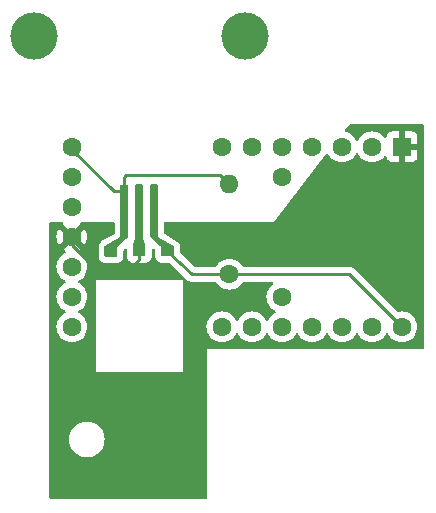
<source format=gbr>
G04 #@! TF.GenerationSoftware,KiCad,Pcbnew,7.0.5-7.0.5~ubuntu20.04.1*
G04 #@! TF.CreationDate,2023-06-26T22:48:20-07:00*
G04 #@! TF.ProjectId,encoder,656e636f-6465-4722-9e6b-696361645f70,rev?*
G04 #@! TF.SameCoordinates,Original*
G04 #@! TF.FileFunction,Copper,L1,Top*
G04 #@! TF.FilePolarity,Positive*
%FSLAX46Y46*%
G04 Gerber Fmt 4.6, Leading zero omitted, Abs format (unit mm)*
G04 Created by KiCad (PCBNEW 7.0.5-7.0.5~ubuntu20.04.1) date 2023-06-26 22:48:20*
%MOMM*%
%LPD*%
G01*
G04 APERTURE LIST*
G04 Aperture macros list*
%AMFreePoly0*
4,1,29,0.290355,0.035355,0.305000,0.000000,0.305000,-4.391061,1.654908,-5.166646,1.659064,-5.172039,1.665355,-5.174645,1.670331,-5.186658,1.678268,-5.196957,1.677393,-5.203708,1.680000,-5.210000,1.680000,-6.000000,1.665355,-6.035355,1.630000,-6.050000,0.630000,-6.050000,0.594645,-6.035355,0.580000,-6.000000,0.580000,-5.232389,-0.288297,-4.457301,-0.288955,-4.455934,-0.290355,-4.455355,
-0.297176,-4.438887,-0.304919,-4.422831,-0.304419,-4.421401,-0.305000,-4.420000,-0.305000,0.000000,-0.290355,0.035355,-0.255000,0.050000,0.255000,0.050000,0.290355,0.035355,0.290355,0.035355,$1*%
%AMFreePoly1*
4,1,21,0.290355,0.035355,0.305000,0.000000,0.305000,-4.412425,0.547756,-5.195189,0.547047,-5.202871,0.550000,-5.210000,0.550000,-6.000000,0.535355,-6.035355,0.500000,-6.050000,-0.500000,-6.050000,-0.535355,-6.035355,-0.550000,-6.000000,-0.550000,-5.210000,-0.547047,-5.202872,-0.547756,-5.195190,-0.305000,-4.412425,-0.305000,0.000000,-0.290355,0.035355,-0.255000,0.050000,0.255000,0.050000,
0.290355,0.035355,0.290355,0.035355,$1*%
%AMFreePoly2*
4,1,29,0.290355,0.535355,0.305000,0.500000,0.305000,-3.920000,0.304419,-3.921401,0.304919,-3.922831,0.297179,-3.938880,0.290355,-3.955355,0.288954,-3.955935,0.288296,-3.957301,-0.580000,-4.732390,-0.580000,-5.500000,-0.594645,-5.535355,-0.630000,-5.550000,-1.630000,-5.550000,-1.665355,-5.535355,-1.680000,-5.500000,-1.680000,-4.710000,-1.677393,-4.703708,-1.678268,-4.696957,-1.670331,-4.686657,
-1.665355,-4.674645,-1.659065,-4.672039,-1.654909,-4.666646,-0.305000,-3.891061,-0.305000,0.500000,-0.290355,0.535355,-0.255000,0.550000,0.255000,0.550000,0.290355,0.535355,0.290355,0.535355,$1*%
G04 Aperture macros list end*
G04 #@! TA.AperFunction,ComponentPad*
%ADD10R,1.600000X1.600000*%
G04 #@! TD*
G04 #@! TA.AperFunction,ComponentPad*
%ADD11C,1.600000*%
G04 #@! TD*
G04 #@! TA.AperFunction,ComponentPad*
%ADD12C,4.000000*%
G04 #@! TD*
G04 #@! TA.AperFunction,SMDPad,CuDef*
%ADD13FreePoly0,0.000000*%
G04 #@! TD*
G04 #@! TA.AperFunction,SMDPad,CuDef*
%ADD14FreePoly1,0.000000*%
G04 #@! TD*
G04 #@! TA.AperFunction,SMDPad,CuDef*
%ADD15FreePoly2,0.000000*%
G04 #@! TD*
G04 #@! TA.AperFunction,ComponentPad*
%ADD16O,1.600000X1.600000*%
G04 #@! TD*
G04 #@! TA.AperFunction,ViaPad*
%ADD17C,0.800000*%
G04 #@! TD*
G04 #@! TA.AperFunction,Conductor*
%ADD18C,0.250000*%
G04 #@! TD*
G04 APERTURE END LIST*
D10*
G04 #@! TO.P,U2,1,GND*
G04 #@! TO.N,GND*
X94615000Y-41910000D03*
D11*
G04 #@! TO.P,U2,2,PB0_SS*
G04 #@! TO.N,unconnected-(U2-PB0_SS-Pad2)*
X92075000Y-41910000D03*
G04 #@! TO.P,U2,3,PB1_SCLK*
G04 #@! TO.N,unconnected-(U2-PB1_SCLK-Pad3)*
X89535000Y-41910000D03*
G04 #@! TO.P,U2,4,PB2_MOSI*
G04 #@! TO.N,unconnected-(U2-PB2_MOSI-Pad4)*
X86995000Y-41910000D03*
G04 #@! TO.P,U2,5,PB3_MISO*
G04 #@! TO.N,unconnected-(U2-PB3_MISO-Pad5)*
X84455000Y-41910000D03*
G04 #@! TO.P,U2,6,PB7_OC0A_OC1C_RTS*
G04 #@! TO.N,unconnected-(U2-PB7_OC0A_OC1C_RTS-Pad6)*
X81915000Y-41910000D03*
G04 #@! TO.P,U2,7,PD0_INT0_SCL_OC0B*
G04 #@! TO.N,unconnected-(U2-PD0_INT0_SCL_OC0B-Pad7)*
X79375000Y-41910000D03*
G04 #@! TO.P,U2,12,PC7_ICP3_OC4A*
G04 #@! TO.N,Net-(U1-VOUT)*
X66675000Y-41910000D03*
G04 #@! TO.P,U2,13,PD5_XCK1_CTS*
G04 #@! TO.N,unconnected-(U2-PD5_XCK1_CTS-Pad13)*
X66675000Y-44450000D03*
G04 #@! TO.P,U2,14,VCC*
G04 #@! TO.N,unconnected-(U2-VCC-Pad14)*
X66675000Y-46990000D03*
G04 #@! TO.P,U2,15,GND*
G04 #@! TO.N,GND*
X66675000Y-49530000D03*
G04 #@! TO.P,U2,16,RST*
G04 #@! TO.N,unconnected-(U2-RST-Pad16)*
X66675000Y-52070000D03*
G04 #@! TO.P,U2,17,PD4_ADC8_ICP1*
G04 #@! TO.N,unconnected-(U2-PD4_ADC8_ICP1-Pad17)*
X66675000Y-54610000D03*
G04 #@! TO.P,U2,18,PD6_ADC9_T1_OC4D_LED*
G04 #@! TO.N,unconnected-(U2-PD6_ADC9_T1_OC4D_LED-Pad18)*
X66675000Y-57150000D03*
G04 #@! TO.P,U2,23,PF7_ADC7*
G04 #@! TO.N,unconnected-(U2-PF7_ADC7-Pad23)*
X79375000Y-57150000D03*
G04 #@! TO.P,U2,24,PF6_ADC6*
G04 #@! TO.N,unconnected-(U2-PF6_ADC6-Pad24)*
X81915000Y-57150000D03*
G04 #@! TO.P,U2,25,PF5_ADC5*
G04 #@! TO.N,unconnected-(U2-PF5_ADC5-Pad25)*
X84455000Y-57150000D03*
G04 #@! TO.P,U2,26,PF4_ADC4*
G04 #@! TO.N,unconnected-(U2-PF4_ADC4-Pad26)*
X86995000Y-57150000D03*
G04 #@! TO.P,U2,27,PF1_ADC1*
G04 #@! TO.N,unconnected-(U2-PF1_ADC1-Pad27)*
X89535000Y-57150000D03*
G04 #@! TO.P,U2,28,PF0_ADC0*
G04 #@! TO.N,unconnected-(U2-PF0_ADC0-Pad28)*
X92075000Y-57150000D03*
G04 #@! TO.P,U2,29,VCC*
G04 #@! TO.N,VCC*
X94615000Y-57150000D03*
G04 #@! TO.P,U2,30,PE6_INT6_AIN0*
G04 #@! TO.N,unconnected-(U2-PE6_INT6_AIN0-Pad30)*
X84455000Y-44450000D03*
G04 #@! TO.P,U2,31,AREF*
G04 #@! TO.N,unconnected-(U2-AREF-Pad31)*
X84455000Y-54610000D03*
G04 #@! TD*
D12*
G04 #@! TO.P,U1,0*
G04 #@! TO.N,N/C*
X63470000Y-32510000D03*
X81310000Y-32510000D03*
D13*
G04 #@! TO.P,U1,1,VCC*
G04 #@! TO.N,VCC*
X73660000Y-45180000D03*
D14*
G04 #@! TO.P,U1,2,GND*
G04 #@! TO.N,GND*
X72390000Y-45180000D03*
D15*
G04 #@! TO.P,U1,3,VOUT*
G04 #@! TO.N,Net-(U1-VOUT)*
X71120000Y-45680000D03*
G04 #@! TD*
D11*
G04 #@! TO.P,R1,1*
G04 #@! TO.N,VCC*
X80010000Y-52705000D03*
D16*
G04 #@! TO.P,R1,2*
G04 #@! TO.N,Net-(U1-VOUT)*
X80010000Y-45085000D03*
G04 #@! TD*
D17*
G04 #@! TO.N,Net-(U1-VOUT)*
X69940714Y-50757595D03*
G04 #@! TO.N,GND*
X72362624Y-50706065D03*
G04 #@! TO.N,VCC*
X74758770Y-50706065D03*
G04 #@! TD*
D18*
G04 #@! TO.N,GND*
X72362624Y-50706065D02*
X72390000Y-50800000D01*
G04 #@! TO.N,VCC*
X74758770Y-50706065D02*
X74930000Y-50800000D01*
G04 #@! TO.N,GND*
X66675000Y-49530000D02*
X66675000Y-50195000D01*
X66675000Y-50195000D02*
X68550000Y-52070000D01*
X68550000Y-52070000D02*
X71746081Y-52070000D01*
X71746081Y-52070000D02*
X72390000Y-51426081D01*
X72390000Y-51426081D02*
X72362624Y-50706065D01*
G04 #@! TO.N,VCC*
X80010000Y-52705000D02*
X76835000Y-52705000D01*
X76835000Y-52705000D02*
X74758770Y-50706065D01*
G04 #@! TO.N,Net-(U1-VOUT)*
X71284999Y-44285001D02*
X71120000Y-44450000D01*
X79210001Y-44285001D02*
X71284999Y-44285001D01*
X80010000Y-45085000D02*
X79210001Y-44285001D01*
X71120000Y-44450000D02*
X71120000Y-45680000D01*
X66675000Y-41910000D02*
X66675000Y-42141777D01*
X66675000Y-42141777D02*
X70213223Y-45680000D01*
X70213223Y-45680000D02*
X71120000Y-45680000D01*
G04 #@! TO.N,VCC*
X80010000Y-52705000D02*
X90170000Y-52705000D01*
X90170000Y-52705000D02*
X94615000Y-57150000D01*
G04 #@! TD*
G04 #@! TA.AperFunction,Conductor*
G04 #@! TO.N,GND*
G36*
X96462539Y-40025185D02*
G01*
X96508294Y-40077989D01*
X96519500Y-40129500D01*
X96519500Y-58930500D01*
X96499815Y-58997539D01*
X96447011Y-59043294D01*
X96395500Y-59054500D01*
X78129760Y-59054500D01*
X78129554Y-59054459D01*
X78104998Y-59054459D01*
X78104909Y-59054496D01*
X78104619Y-59054615D01*
X78104615Y-59054618D01*
X78104458Y-59055000D01*
X78104372Y-59078555D01*
X78104499Y-59079203D01*
X78104500Y-71630500D01*
X78084815Y-71697539D01*
X78032011Y-71743294D01*
X77980500Y-71754500D01*
X64894500Y-71754500D01*
X64827461Y-71734815D01*
X64781706Y-71682011D01*
X64770500Y-71630500D01*
X64770500Y-66675005D01*
X66439357Y-66675005D01*
X66459890Y-66922812D01*
X66459892Y-66922824D01*
X66520936Y-67163881D01*
X66620826Y-67391606D01*
X66756833Y-67599782D01*
X66756836Y-67599785D01*
X66925256Y-67782738D01*
X67121491Y-67935474D01*
X67340190Y-68053828D01*
X67575386Y-68134571D01*
X67820665Y-68175500D01*
X68069335Y-68175500D01*
X68314614Y-68134571D01*
X68549810Y-68053828D01*
X68768509Y-67935474D01*
X68964744Y-67782738D01*
X69133164Y-67599785D01*
X69269173Y-67391607D01*
X69369063Y-67163881D01*
X69430108Y-66922821D01*
X69450643Y-66675000D01*
X69430108Y-66427179D01*
X69369063Y-66186119D01*
X69269173Y-65958393D01*
X69133166Y-65750217D01*
X69111557Y-65726744D01*
X68964744Y-65567262D01*
X68768509Y-65414526D01*
X68768507Y-65414525D01*
X68768506Y-65414524D01*
X68549811Y-65296172D01*
X68549802Y-65296169D01*
X68314616Y-65215429D01*
X68069335Y-65174500D01*
X67820665Y-65174500D01*
X67575383Y-65215429D01*
X67340197Y-65296169D01*
X67340188Y-65296172D01*
X67121493Y-65414524D01*
X66925257Y-65567261D01*
X66756833Y-65750217D01*
X66620826Y-65958393D01*
X66520936Y-66186118D01*
X66459892Y-66427175D01*
X66459890Y-66427187D01*
X66439357Y-66674994D01*
X66439357Y-66675005D01*
X64770500Y-66675005D01*
X64770500Y-60955889D01*
X68689416Y-60955889D01*
X68689459Y-60980001D01*
X68689544Y-60980206D01*
X68689616Y-60980382D01*
X68689618Y-60980384D01*
X68689808Y-60980462D01*
X68690000Y-60980541D01*
X68690002Y-60980539D01*
X68714616Y-60980524D01*
X68714616Y-60980528D01*
X68714760Y-60980500D01*
X76065240Y-60980500D01*
X76065383Y-60980528D01*
X76065384Y-60980524D01*
X76089997Y-60980539D01*
X76090000Y-60980541D01*
X76090383Y-60980383D01*
X76090500Y-60980099D01*
X76090541Y-60980000D01*
X76090540Y-60979997D01*
X76090583Y-60955889D01*
X76090500Y-60955467D01*
X76090500Y-53224759D01*
X76090528Y-53224616D01*
X76090524Y-53224616D01*
X76090539Y-53200002D01*
X76090541Y-53200000D01*
X76090383Y-53199617D01*
X76090382Y-53199616D01*
X76090091Y-53199496D01*
X76090002Y-53199459D01*
X76065446Y-53199459D01*
X76065240Y-53199500D01*
X68714760Y-53199500D01*
X68714554Y-53199459D01*
X68689998Y-53199459D01*
X68689909Y-53199496D01*
X68689619Y-53199615D01*
X68689615Y-53199618D01*
X68689459Y-53199999D01*
X68689476Y-53224616D01*
X68689471Y-53224616D01*
X68689500Y-53224759D01*
X68689500Y-60955467D01*
X68689416Y-60955889D01*
X64770500Y-60955889D01*
X64770500Y-48384000D01*
X64790185Y-48316961D01*
X64842989Y-48271206D01*
X64894500Y-48260000D01*
X65830913Y-48260000D01*
X65897952Y-48279685D01*
X65943707Y-48332489D01*
X65954441Y-48394808D01*
X65949526Y-48450972D01*
X66503431Y-49004878D01*
X66386542Y-49055651D01*
X66269261Y-49151066D01*
X66182072Y-49274585D01*
X66151645Y-49360198D01*
X65595973Y-48804526D01*
X65595972Y-48804527D01*
X65544868Y-48877513D01*
X65448734Y-49083673D01*
X65448730Y-49083682D01*
X65389860Y-49303389D01*
X65389858Y-49303400D01*
X65370034Y-49529997D01*
X65370034Y-49530002D01*
X65389858Y-49756599D01*
X65389860Y-49756610D01*
X65448730Y-49976317D01*
X65448734Y-49976326D01*
X65544865Y-50182481D01*
X65544866Y-50182483D01*
X65595973Y-50255471D01*
X65595974Y-50255472D01*
X66149070Y-49702375D01*
X66151884Y-49715915D01*
X66221442Y-49850156D01*
X66324638Y-49960652D01*
X66453819Y-50039209D01*
X66505002Y-50053549D01*
X65949526Y-50609025D01*
X65949526Y-50609026D01*
X66022512Y-50660131D01*
X66022520Y-50660135D01*
X66080865Y-50687342D01*
X66133305Y-50733514D01*
X66152457Y-50800707D01*
X66132242Y-50867589D01*
X66080867Y-50912105D01*
X66022266Y-50939432D01*
X66022264Y-50939433D01*
X65835858Y-51069954D01*
X65674954Y-51230858D01*
X65544432Y-51417265D01*
X65544431Y-51417267D01*
X65448261Y-51623502D01*
X65448258Y-51623511D01*
X65389366Y-51843302D01*
X65389364Y-51843313D01*
X65369532Y-52069998D01*
X65369532Y-52070001D01*
X65389364Y-52296686D01*
X65389366Y-52296697D01*
X65448258Y-52516488D01*
X65448261Y-52516497D01*
X65544431Y-52722732D01*
X65544432Y-52722734D01*
X65674954Y-52909141D01*
X65835858Y-53070045D01*
X65882693Y-53102839D01*
X66022266Y-53200568D01*
X66080275Y-53227618D01*
X66132714Y-53273791D01*
X66151866Y-53340984D01*
X66131650Y-53407865D01*
X66080275Y-53452382D01*
X66022267Y-53479431D01*
X66022265Y-53479432D01*
X65835858Y-53609954D01*
X65674954Y-53770858D01*
X65544432Y-53957265D01*
X65544431Y-53957267D01*
X65448261Y-54163502D01*
X65448258Y-54163511D01*
X65389366Y-54383302D01*
X65389364Y-54383313D01*
X65369532Y-54609998D01*
X65369532Y-54610001D01*
X65389364Y-54836686D01*
X65389366Y-54836697D01*
X65448258Y-55056488D01*
X65448261Y-55056497D01*
X65544431Y-55262732D01*
X65544432Y-55262734D01*
X65674954Y-55449141D01*
X65835858Y-55610045D01*
X65835861Y-55610047D01*
X66022266Y-55740568D01*
X66080275Y-55767618D01*
X66132714Y-55813791D01*
X66151866Y-55880984D01*
X66131650Y-55947865D01*
X66080275Y-55992382D01*
X66022267Y-56019431D01*
X66022265Y-56019432D01*
X65835858Y-56149954D01*
X65674954Y-56310858D01*
X65544432Y-56497265D01*
X65544431Y-56497267D01*
X65448261Y-56703502D01*
X65448258Y-56703511D01*
X65389366Y-56923302D01*
X65389364Y-56923313D01*
X65369532Y-57149998D01*
X65369532Y-57150001D01*
X65389364Y-57376686D01*
X65389366Y-57376697D01*
X65448258Y-57596488D01*
X65448261Y-57596497D01*
X65544431Y-57802732D01*
X65544432Y-57802734D01*
X65674954Y-57989141D01*
X65835858Y-58150045D01*
X65835861Y-58150047D01*
X66022266Y-58280568D01*
X66228504Y-58376739D01*
X66448308Y-58435635D01*
X66610230Y-58449801D01*
X66674998Y-58455468D01*
X66675000Y-58455468D01*
X66675002Y-58455468D01*
X66731672Y-58450509D01*
X66901692Y-58435635D01*
X67121496Y-58376739D01*
X67327734Y-58280568D01*
X67514139Y-58150047D01*
X67675047Y-57989139D01*
X67805568Y-57802734D01*
X67901739Y-57596496D01*
X67960635Y-57376692D01*
X67980468Y-57150000D01*
X67960635Y-56923308D01*
X67901739Y-56703504D01*
X67805568Y-56497266D01*
X67675047Y-56310861D01*
X67675045Y-56310858D01*
X67514141Y-56149954D01*
X67327734Y-56019432D01*
X67327728Y-56019429D01*
X67269725Y-55992382D01*
X67217285Y-55946210D01*
X67198133Y-55879017D01*
X67218348Y-55812135D01*
X67269725Y-55767618D01*
X67327734Y-55740568D01*
X67514139Y-55610047D01*
X67675047Y-55449139D01*
X67805568Y-55262734D01*
X67901739Y-55056496D01*
X67960635Y-54836692D01*
X67980468Y-54610000D01*
X67960635Y-54383308D01*
X67901739Y-54163504D01*
X67805568Y-53957266D01*
X67675047Y-53770861D01*
X67675045Y-53770858D01*
X67514141Y-53609954D01*
X67327735Y-53479433D01*
X67327736Y-53479433D01*
X67327734Y-53479432D01*
X67269722Y-53452380D01*
X67217284Y-53406208D01*
X67198133Y-53339014D01*
X67218349Y-53272133D01*
X67269721Y-53227619D01*
X67327734Y-53200568D01*
X67514139Y-53070047D01*
X67675047Y-52909139D01*
X67805568Y-52722734D01*
X67901739Y-52516496D01*
X67960635Y-52296692D01*
X67979661Y-52079225D01*
X67980468Y-52070001D01*
X67980468Y-52069998D01*
X67962608Y-51865861D01*
X67960635Y-51843308D01*
X67901739Y-51623504D01*
X67805568Y-51417266D01*
X67675047Y-51230861D01*
X67675045Y-51230858D01*
X67514141Y-51069954D01*
X67327735Y-50939433D01*
X67327736Y-50939433D01*
X67327734Y-50939432D01*
X67269132Y-50912105D01*
X67216694Y-50865933D01*
X67197543Y-50798739D01*
X67217759Y-50731858D01*
X67269135Y-50687341D01*
X67327482Y-50660133D01*
X67400472Y-50609025D01*
X66846568Y-50055121D01*
X66963458Y-50004349D01*
X67080739Y-49908934D01*
X67167928Y-49785415D01*
X67198354Y-49699801D01*
X67754025Y-50255472D01*
X67805136Y-50182478D01*
X67901264Y-49976331D01*
X67901269Y-49976317D01*
X67960139Y-49756610D01*
X67960141Y-49756599D01*
X67979966Y-49530002D01*
X67979966Y-49529997D01*
X67960141Y-49303400D01*
X67960139Y-49303389D01*
X67901269Y-49083682D01*
X67901265Y-49083673D01*
X67805133Y-48877516D01*
X67805131Y-48877512D01*
X67754026Y-48804526D01*
X67754025Y-48804526D01*
X67200929Y-49357622D01*
X67198116Y-49344085D01*
X67128558Y-49209844D01*
X67025362Y-49099348D01*
X66896181Y-49020791D01*
X66844995Y-49006449D01*
X67400472Y-48450973D01*
X67395558Y-48394808D01*
X67409324Y-48326308D01*
X67457939Y-48276125D01*
X67519086Y-48260000D01*
X70185353Y-48260000D01*
X70252392Y-48279685D01*
X70298147Y-48332489D01*
X70309353Y-48384000D01*
X70309353Y-49206649D01*
X70289668Y-49273688D01*
X70247127Y-49314166D01*
X70195054Y-49344085D01*
X69180251Y-49927134D01*
X69179082Y-49927790D01*
X69163349Y-49936381D01*
X69058016Y-50034450D01*
X69058013Y-50034453D01*
X69058013Y-50034454D01*
X69044926Y-50056509D01*
X69040715Y-50062717D01*
X69037241Y-50067224D01*
X68980780Y-50159423D01*
X68938307Y-50296931D01*
X68938306Y-50296937D01*
X68937701Y-50340241D01*
X68934353Y-50351079D01*
X68934353Y-51198709D01*
X68934314Y-51200886D01*
X68933131Y-51234061D01*
X68968727Y-51373512D01*
X68968728Y-51373516D01*
X68968729Y-51373517D01*
X68971088Y-51379213D01*
X68972841Y-51383445D01*
X68984572Y-51411767D01*
X69036386Y-51506656D01*
X69134458Y-51611991D01*
X69258234Y-51685428D01*
X69296503Y-51701279D01*
X69296511Y-51701281D01*
X69296521Y-51701285D01*
X69374285Y-51724118D01*
X69400213Y-51731731D01*
X69450827Y-51733539D01*
X69457158Y-51735647D01*
X69499947Y-51735647D01*
X69508682Y-51735647D01*
X69510896Y-51735687D01*
X69540215Y-51736734D01*
X69544043Y-51736871D01*
X69544043Y-51736870D01*
X69544045Y-51736871D01*
X69552122Y-51736003D01*
X69558755Y-51735647D01*
X70508696Y-51735647D01*
X70510910Y-51735687D01*
X70544042Y-51736870D01*
X70544042Y-51736869D01*
X70544045Y-51736870D01*
X70683497Y-51701279D01*
X70721766Y-51685428D01*
X70750923Y-51669506D01*
X70816651Y-51633618D01*
X70816653Y-51633616D01*
X70816655Y-51633615D01*
X70921990Y-51535543D01*
X70921991Y-51535540D01*
X70921993Y-51535539D01*
X70975036Y-51446136D01*
X70995428Y-51411767D01*
X71007159Y-51383445D01*
X71007160Y-51383440D01*
X71007455Y-51382729D01*
X71007461Y-51382711D01*
X71011273Y-51373512D01*
X71013834Y-51364789D01*
X71014848Y-51361644D01*
X71025165Y-51332404D01*
X71025649Y-51329035D01*
X71029407Y-51311750D01*
X71041731Y-51269787D01*
X71043539Y-51219173D01*
X71045647Y-51212840D01*
X71045647Y-51161317D01*
X71045687Y-51159102D01*
X71046871Y-51125960D01*
X71046002Y-51117875D01*
X71045647Y-51111244D01*
X71045647Y-50694348D01*
X71065332Y-50627309D01*
X71087069Y-50601844D01*
X71128283Y-50565054D01*
X71191404Y-50535097D01*
X71260701Y-50544020D01*
X71314174Y-50588991D01*
X71334845Y-50655733D01*
X71334858Y-50657561D01*
X71334858Y-51198570D01*
X71334819Y-51200781D01*
X71333633Y-51234006D01*
X71369195Y-51373324D01*
X71399356Y-51446136D01*
X71405352Y-51450793D01*
X71413612Y-51463901D01*
X71436800Y-51506369D01*
X71534775Y-51611597D01*
X71534776Y-51611598D01*
X71658423Y-51684960D01*
X71658432Y-51684964D01*
X71696689Y-51700809D01*
X71696703Y-51700814D01*
X71800305Y-51731234D01*
X71850830Y-51733039D01*
X71857148Y-51735142D01*
X71908544Y-51735142D01*
X71910758Y-51735182D01*
X71943991Y-51736369D01*
X71952096Y-51735498D01*
X71958728Y-51735142D01*
X72908572Y-51735142D01*
X72910786Y-51735182D01*
X72943987Y-51736368D01*
X72943992Y-51736367D01*
X73083303Y-51700813D01*
X73121566Y-51684965D01*
X73216366Y-51633199D01*
X73321594Y-51535228D01*
X73384218Y-51429679D01*
X73389493Y-51424766D01*
X73393261Y-51415672D01*
X73393272Y-51415649D01*
X73398077Y-51404047D01*
X73410803Y-51373327D01*
X73410804Y-51373322D01*
X73413371Y-51364584D01*
X73414393Y-51361420D01*
X73424678Y-51332267D01*
X73424681Y-51332256D01*
X73425161Y-51328917D01*
X73428924Y-51311615D01*
X73441234Y-51269695D01*
X73443039Y-51219169D01*
X73445142Y-51212850D01*
X73445142Y-51161454D01*
X73445182Y-51159239D01*
X73446369Y-51126015D01*
X73445497Y-51117903D01*
X73445142Y-51111271D01*
X73445142Y-50657560D01*
X73464827Y-50590521D01*
X73517631Y-50544766D01*
X73586789Y-50534822D01*
X73650345Y-50563847D01*
X73651717Y-50565054D01*
X73692928Y-50601841D01*
X73729832Y-50661170D01*
X73734353Y-50694347D01*
X73734353Y-51198709D01*
X73734314Y-51200886D01*
X73733131Y-51234061D01*
X73768727Y-51373512D01*
X73768728Y-51373516D01*
X73768729Y-51373517D01*
X73771088Y-51379213D01*
X73772841Y-51383445D01*
X73784572Y-51411767D01*
X73836386Y-51506656D01*
X73934458Y-51611991D01*
X74058234Y-51685428D01*
X74096503Y-51701279D01*
X74096511Y-51701281D01*
X74096521Y-51701285D01*
X74174285Y-51724118D01*
X74200213Y-51731731D01*
X74250827Y-51733539D01*
X74257158Y-51735647D01*
X74299947Y-51735647D01*
X74308682Y-51735647D01*
X74310896Y-51735687D01*
X74340215Y-51736734D01*
X74344043Y-51736871D01*
X74344043Y-51736870D01*
X74344045Y-51736871D01*
X74352122Y-51736003D01*
X74358755Y-51735647D01*
X74876318Y-51735647D01*
X74943357Y-51755332D01*
X74962319Y-51770317D01*
X75304293Y-52099560D01*
X76243548Y-53003847D01*
X76255471Y-53024731D01*
X76281807Y-53040682D01*
X76341405Y-53098061D01*
X76346178Y-53103207D01*
X76349211Y-53106873D01*
X76349214Y-53106877D01*
X76403959Y-53158286D01*
X76429519Y-53182895D01*
X76429522Y-53182897D01*
X76429530Y-53182904D01*
X76429828Y-53183126D01*
X76435216Y-53187639D01*
X76464418Y-53215062D01*
X76491995Y-53230223D01*
X76499184Y-53234848D01*
X76524413Y-53253662D01*
X76524416Y-53253664D01*
X76561473Y-53268871D01*
X76567796Y-53271893D01*
X76602908Y-53291197D01*
X76633387Y-53299022D01*
X76641504Y-53301715D01*
X76670617Y-53313664D01*
X76710301Y-53319179D01*
X76717165Y-53320533D01*
X76755981Y-53330500D01*
X76787447Y-53330500D01*
X76795990Y-53331090D01*
X76827150Y-53335422D01*
X76866951Y-53330896D01*
X76873954Y-53330500D01*
X78795812Y-53330500D01*
X78862851Y-53350185D01*
X78897387Y-53383377D01*
X79009954Y-53544141D01*
X79170858Y-53705045D01*
X79170861Y-53705047D01*
X79357266Y-53835568D01*
X79563504Y-53931739D01*
X79783308Y-53990635D01*
X79945230Y-54004801D01*
X80009998Y-54010468D01*
X80010000Y-54010468D01*
X80010002Y-54010468D01*
X80066672Y-54005509D01*
X80236692Y-53990635D01*
X80456496Y-53931739D01*
X80662734Y-53835568D01*
X80849139Y-53705047D01*
X81010047Y-53544139D01*
X81105466Y-53407865D01*
X81122613Y-53383377D01*
X81177189Y-53339752D01*
X81224188Y-53330500D01*
X83621684Y-53330500D01*
X83688723Y-53350185D01*
X83734478Y-53402989D01*
X83744422Y-53472147D01*
X83715397Y-53535703D01*
X83692807Y-53556075D01*
X83615858Y-53609954D01*
X83454954Y-53770858D01*
X83324432Y-53957265D01*
X83324431Y-53957267D01*
X83228261Y-54163502D01*
X83228258Y-54163511D01*
X83169366Y-54383302D01*
X83169364Y-54383313D01*
X83149532Y-54609998D01*
X83149532Y-54610001D01*
X83169364Y-54836686D01*
X83169366Y-54836697D01*
X83228258Y-55056488D01*
X83228261Y-55056497D01*
X83324431Y-55262732D01*
X83324432Y-55262734D01*
X83454954Y-55449141D01*
X83615858Y-55610045D01*
X83615861Y-55610047D01*
X83802266Y-55740568D01*
X83860275Y-55767618D01*
X83912714Y-55813791D01*
X83931866Y-55880984D01*
X83911650Y-55947865D01*
X83860275Y-55992382D01*
X83802267Y-56019431D01*
X83802265Y-56019432D01*
X83615858Y-56149954D01*
X83454954Y-56310858D01*
X83324432Y-56497265D01*
X83324430Y-56497268D01*
X83297380Y-56555277D01*
X83251207Y-56607715D01*
X83184013Y-56626866D01*
X83117132Y-56606649D01*
X83072619Y-56555277D01*
X83045568Y-56497266D01*
X82915047Y-56310861D01*
X82915045Y-56310858D01*
X82754141Y-56149954D01*
X82567734Y-56019432D01*
X82567732Y-56019431D01*
X82361497Y-55923261D01*
X82361488Y-55923258D01*
X82141697Y-55864366D01*
X82141693Y-55864365D01*
X82141692Y-55864365D01*
X82141691Y-55864364D01*
X82141686Y-55864364D01*
X81915002Y-55844532D01*
X81914998Y-55844532D01*
X81688313Y-55864364D01*
X81688302Y-55864366D01*
X81468511Y-55923258D01*
X81468502Y-55923261D01*
X81262267Y-56019431D01*
X81262265Y-56019432D01*
X81075858Y-56149954D01*
X80914954Y-56310858D01*
X80784432Y-56497265D01*
X80784431Y-56497267D01*
X80757382Y-56555275D01*
X80711209Y-56607714D01*
X80644016Y-56626866D01*
X80577135Y-56606650D01*
X80532618Y-56555275D01*
X80532618Y-56555274D01*
X80505568Y-56497266D01*
X80375047Y-56310861D01*
X80375045Y-56310858D01*
X80214141Y-56149954D01*
X80027734Y-56019432D01*
X80027732Y-56019431D01*
X79821497Y-55923261D01*
X79821488Y-55923258D01*
X79601697Y-55864366D01*
X79601693Y-55864365D01*
X79601692Y-55864365D01*
X79601691Y-55864364D01*
X79601686Y-55864364D01*
X79375002Y-55844532D01*
X79374998Y-55844532D01*
X79148313Y-55864364D01*
X79148302Y-55864366D01*
X78928511Y-55923258D01*
X78928502Y-55923261D01*
X78722267Y-56019431D01*
X78722265Y-56019432D01*
X78535858Y-56149954D01*
X78374954Y-56310858D01*
X78244432Y-56497265D01*
X78244431Y-56497267D01*
X78148261Y-56703502D01*
X78148258Y-56703511D01*
X78089366Y-56923302D01*
X78089364Y-56923313D01*
X78069532Y-57149998D01*
X78069532Y-57150001D01*
X78089364Y-57376686D01*
X78089366Y-57376697D01*
X78148258Y-57596488D01*
X78148261Y-57596497D01*
X78244431Y-57802732D01*
X78244432Y-57802734D01*
X78374954Y-57989141D01*
X78535858Y-58150045D01*
X78535861Y-58150047D01*
X78722266Y-58280568D01*
X78928504Y-58376739D01*
X79148308Y-58435635D01*
X79310230Y-58449801D01*
X79374998Y-58455468D01*
X79375000Y-58455468D01*
X79375002Y-58455468D01*
X79431673Y-58450509D01*
X79601692Y-58435635D01*
X79821496Y-58376739D01*
X80027734Y-58280568D01*
X80214139Y-58150047D01*
X80375047Y-57989139D01*
X80505568Y-57802734D01*
X80532619Y-57744721D01*
X80578788Y-57692286D01*
X80645981Y-57673133D01*
X80712862Y-57693348D01*
X80757380Y-57744722D01*
X80784432Y-57802734D01*
X80784433Y-57802735D01*
X80914954Y-57989141D01*
X81075858Y-58150045D01*
X81075861Y-58150047D01*
X81262266Y-58280568D01*
X81468504Y-58376739D01*
X81688308Y-58435635D01*
X81850230Y-58449801D01*
X81914998Y-58455468D01*
X81915000Y-58455468D01*
X81915002Y-58455468D01*
X81971672Y-58450509D01*
X82141692Y-58435635D01*
X82361496Y-58376739D01*
X82567734Y-58280568D01*
X82754139Y-58150047D01*
X82915047Y-57989139D01*
X83045568Y-57802734D01*
X83072619Y-57744721D01*
X83118788Y-57692286D01*
X83185981Y-57673133D01*
X83252862Y-57693348D01*
X83297380Y-57744722D01*
X83324432Y-57802734D01*
X83324433Y-57802735D01*
X83454954Y-57989141D01*
X83615858Y-58150045D01*
X83615861Y-58150047D01*
X83802266Y-58280568D01*
X84008504Y-58376739D01*
X84228308Y-58435635D01*
X84390230Y-58449801D01*
X84454998Y-58455468D01*
X84455000Y-58455468D01*
X84455002Y-58455468D01*
X84511673Y-58450509D01*
X84681692Y-58435635D01*
X84901496Y-58376739D01*
X85107734Y-58280568D01*
X85294139Y-58150047D01*
X85455047Y-57989139D01*
X85585568Y-57802734D01*
X85612619Y-57744721D01*
X85658788Y-57692286D01*
X85725981Y-57673133D01*
X85792862Y-57693348D01*
X85837380Y-57744722D01*
X85864432Y-57802734D01*
X85864433Y-57802735D01*
X85994954Y-57989141D01*
X86155858Y-58150045D01*
X86155861Y-58150047D01*
X86342266Y-58280568D01*
X86548504Y-58376739D01*
X86768308Y-58435635D01*
X86930230Y-58449801D01*
X86994998Y-58455468D01*
X86995000Y-58455468D01*
X86995002Y-58455468D01*
X87051672Y-58450509D01*
X87221692Y-58435635D01*
X87441496Y-58376739D01*
X87647734Y-58280568D01*
X87834139Y-58150047D01*
X87995047Y-57989139D01*
X88125568Y-57802734D01*
X88152619Y-57744721D01*
X88198788Y-57692286D01*
X88265981Y-57673133D01*
X88332862Y-57693348D01*
X88377380Y-57744722D01*
X88404432Y-57802734D01*
X88404433Y-57802735D01*
X88534954Y-57989141D01*
X88695858Y-58150045D01*
X88695861Y-58150047D01*
X88882266Y-58280568D01*
X89088504Y-58376739D01*
X89308308Y-58435635D01*
X89470230Y-58449801D01*
X89534998Y-58455468D01*
X89535000Y-58455468D01*
X89535002Y-58455468D01*
X89591673Y-58450509D01*
X89761692Y-58435635D01*
X89981496Y-58376739D01*
X90187734Y-58280568D01*
X90374139Y-58150047D01*
X90535047Y-57989139D01*
X90665568Y-57802734D01*
X90692618Y-57744724D01*
X90738790Y-57692285D01*
X90805983Y-57673133D01*
X90872865Y-57693348D01*
X90917382Y-57744725D01*
X90944429Y-57802728D01*
X90944432Y-57802734D01*
X91074954Y-57989141D01*
X91235858Y-58150045D01*
X91235861Y-58150047D01*
X91422266Y-58280568D01*
X91628504Y-58376739D01*
X91848308Y-58435635D01*
X92010230Y-58449801D01*
X92074998Y-58455468D01*
X92075000Y-58455468D01*
X92075002Y-58455468D01*
X92131672Y-58450509D01*
X92301692Y-58435635D01*
X92521496Y-58376739D01*
X92727734Y-58280568D01*
X92914139Y-58150047D01*
X93075047Y-57989139D01*
X93205568Y-57802734D01*
X93232618Y-57744724D01*
X93278790Y-57692285D01*
X93345983Y-57673133D01*
X93412865Y-57693348D01*
X93457382Y-57744725D01*
X93484429Y-57802728D01*
X93484432Y-57802734D01*
X93614954Y-57989141D01*
X93775858Y-58150045D01*
X93775861Y-58150047D01*
X93962266Y-58280568D01*
X94168504Y-58376739D01*
X94388308Y-58435635D01*
X94550230Y-58449801D01*
X94614998Y-58455468D01*
X94615000Y-58455468D01*
X94615002Y-58455468D01*
X94671673Y-58450509D01*
X94841692Y-58435635D01*
X95061496Y-58376739D01*
X95267734Y-58280568D01*
X95454139Y-58150047D01*
X95615047Y-57989139D01*
X95745568Y-57802734D01*
X95841739Y-57596496D01*
X95900635Y-57376692D01*
X95920468Y-57150000D01*
X95900635Y-56923308D01*
X95841739Y-56703504D01*
X95745568Y-56497266D01*
X95615047Y-56310861D01*
X95615045Y-56310858D01*
X95454141Y-56149954D01*
X95267734Y-56019432D01*
X95267732Y-56019431D01*
X95061497Y-55923261D01*
X95061488Y-55923258D01*
X94841697Y-55864366D01*
X94841693Y-55864365D01*
X94841692Y-55864365D01*
X94841691Y-55864364D01*
X94841686Y-55864364D01*
X94615002Y-55844532D01*
X94614999Y-55844532D01*
X94388313Y-55864364D01*
X94388296Y-55864367D01*
X94319949Y-55882680D01*
X94250099Y-55881016D01*
X94200177Y-55850586D01*
X90670803Y-52321212D01*
X90660980Y-52308950D01*
X90660759Y-52309134D01*
X90655786Y-52303122D01*
X90606066Y-52256432D01*
X90604666Y-52255075D01*
X90584476Y-52234884D01*
X90578986Y-52230625D01*
X90574561Y-52226847D01*
X90540582Y-52194938D01*
X90540580Y-52194936D01*
X90540577Y-52194935D01*
X90523029Y-52185288D01*
X90506763Y-52174604D01*
X90490933Y-52162325D01*
X90448168Y-52143818D01*
X90442922Y-52141248D01*
X90402093Y-52118803D01*
X90402092Y-52118802D01*
X90382693Y-52113822D01*
X90364281Y-52107518D01*
X90345898Y-52099562D01*
X90345892Y-52099560D01*
X90299874Y-52092272D01*
X90294152Y-52091087D01*
X90249021Y-52079500D01*
X90249019Y-52079500D01*
X90228984Y-52079500D01*
X90209586Y-52077973D01*
X90202162Y-52076797D01*
X90189805Y-52074840D01*
X90189804Y-52074840D01*
X90143416Y-52079225D01*
X90137578Y-52079500D01*
X81224188Y-52079500D01*
X81157149Y-52059815D01*
X81122613Y-52026623D01*
X81010045Y-51865858D01*
X80849141Y-51704954D01*
X80662734Y-51574432D01*
X80662732Y-51574431D01*
X80456497Y-51478261D01*
X80456488Y-51478258D01*
X80236697Y-51419366D01*
X80236693Y-51419365D01*
X80236692Y-51419365D01*
X80236691Y-51419364D01*
X80236686Y-51419364D01*
X80010002Y-51399532D01*
X80009998Y-51399532D01*
X79783313Y-51419364D01*
X79783302Y-51419366D01*
X79563511Y-51478258D01*
X79563502Y-51478261D01*
X79357267Y-51574431D01*
X79357265Y-51574432D01*
X79170858Y-51704954D01*
X79009954Y-51865858D01*
X78897387Y-52026623D01*
X78842811Y-52070248D01*
X78795812Y-52079500D01*
X77137158Y-52079500D01*
X77070119Y-52059815D01*
X77051155Y-52044828D01*
X76729653Y-51735295D01*
X76407117Y-51424766D01*
X75883644Y-50920780D01*
X75849002Y-50860103D01*
X75845647Y-50831452D01*
X75845647Y-50351947D01*
X75845662Y-50350602D01*
X75845886Y-50340241D01*
X75846049Y-50332742D01*
X75813488Y-50192552D01*
X75800877Y-50170206D01*
X75797597Y-50163473D01*
X75795431Y-50158242D01*
X75743623Y-50063356D01*
X75645553Y-49958018D01*
X75608292Y-49935909D01*
X75600555Y-49927598D01*
X74532873Y-49314166D01*
X74484551Y-49263701D01*
X74470647Y-49206649D01*
X74470647Y-48384000D01*
X74490332Y-48316961D01*
X74543136Y-48271206D01*
X74594647Y-48260000D01*
X83820001Y-48260000D01*
X83820000Y-48259999D01*
X88205237Y-42559190D01*
X88261709Y-42518060D01*
X88331460Y-42513988D01*
X88392339Y-42548274D01*
X88405092Y-42563676D01*
X88534954Y-42749141D01*
X88695858Y-42910045D01*
X88695861Y-42910047D01*
X88882266Y-43040568D01*
X89088504Y-43136739D01*
X89308308Y-43195635D01*
X89470230Y-43209801D01*
X89534998Y-43215468D01*
X89535000Y-43215468D01*
X89535002Y-43215468D01*
X89597511Y-43209999D01*
X89761692Y-43195635D01*
X89981496Y-43136739D01*
X90187734Y-43040568D01*
X90374139Y-42910047D01*
X90535047Y-42749139D01*
X90665568Y-42562734D01*
X90692618Y-42504724D01*
X90738790Y-42452285D01*
X90805983Y-42433133D01*
X90872865Y-42453348D01*
X90917382Y-42504725D01*
X90944429Y-42562728D01*
X90944432Y-42562734D01*
X91074954Y-42749141D01*
X91235858Y-42910045D01*
X91235861Y-42910047D01*
X91422266Y-43040568D01*
X91628504Y-43136739D01*
X91848308Y-43195635D01*
X92010230Y-43209801D01*
X92074998Y-43215468D01*
X92075000Y-43215468D01*
X92075002Y-43215468D01*
X92137511Y-43209999D01*
X92301692Y-43195635D01*
X92521496Y-43136739D01*
X92727734Y-43040568D01*
X92914139Y-42910047D01*
X93075047Y-42749139D01*
X93092710Y-42723912D01*
X93147285Y-42680289D01*
X93216783Y-42673094D01*
X93279138Y-42704615D01*
X93314553Y-42764844D01*
X93317574Y-42781778D01*
X93321401Y-42817373D01*
X93321403Y-42817379D01*
X93371645Y-42952086D01*
X93371649Y-42952093D01*
X93457809Y-43067187D01*
X93457812Y-43067190D01*
X93572906Y-43153350D01*
X93572913Y-43153354D01*
X93707620Y-43203596D01*
X93707627Y-43203598D01*
X93767155Y-43209999D01*
X93767172Y-43210000D01*
X94364999Y-43210000D01*
X94364999Y-42401683D01*
X94393819Y-42419209D01*
X94539404Y-42460000D01*
X94652622Y-42460000D01*
X94764783Y-42444584D01*
X94865000Y-42401053D01*
X94865000Y-43210000D01*
X95462828Y-43210000D01*
X95462844Y-43209999D01*
X95522372Y-43203598D01*
X95522379Y-43203596D01*
X95657086Y-43153354D01*
X95657093Y-43153350D01*
X95772187Y-43067190D01*
X95772190Y-43067187D01*
X95858350Y-42952093D01*
X95858354Y-42952086D01*
X95908596Y-42817379D01*
X95908598Y-42817372D01*
X95914999Y-42757844D01*
X95915000Y-42757827D01*
X95915000Y-42160000D01*
X95109852Y-42160000D01*
X95158559Y-42022953D01*
X95168877Y-41872114D01*
X95138116Y-41724085D01*
X95104910Y-41660000D01*
X95915000Y-41660000D01*
X95915000Y-41062172D01*
X95914999Y-41062155D01*
X95908598Y-41002627D01*
X95908596Y-41002620D01*
X95858354Y-40867913D01*
X95858350Y-40867906D01*
X95772190Y-40752812D01*
X95772187Y-40752809D01*
X95657093Y-40666649D01*
X95657086Y-40666645D01*
X95522379Y-40616403D01*
X95522372Y-40616401D01*
X95462844Y-40610000D01*
X94865000Y-40610000D01*
X94865000Y-41418316D01*
X94836181Y-41400791D01*
X94690596Y-41360000D01*
X94577378Y-41360000D01*
X94465217Y-41375416D01*
X94364999Y-41418946D01*
X94365000Y-40610000D01*
X93767155Y-40610000D01*
X93707627Y-40616401D01*
X93707620Y-40616403D01*
X93572913Y-40666645D01*
X93572906Y-40666649D01*
X93457812Y-40752809D01*
X93457809Y-40752812D01*
X93371649Y-40867906D01*
X93371645Y-40867913D01*
X93321403Y-41002620D01*
X93321401Y-41002626D01*
X93317574Y-41038221D01*
X93290835Y-41102772D01*
X93233441Y-41142618D01*
X93163616Y-41145110D01*
X93103528Y-41109456D01*
X93092710Y-41096086D01*
X93075045Y-41070858D01*
X92914141Y-40909954D01*
X92727734Y-40779432D01*
X92727732Y-40779431D01*
X92521497Y-40683261D01*
X92521488Y-40683258D01*
X92301697Y-40624366D01*
X92301693Y-40624365D01*
X92301692Y-40624365D01*
X92301691Y-40624364D01*
X92301686Y-40624364D01*
X92075002Y-40604532D01*
X92074998Y-40604532D01*
X91848313Y-40624364D01*
X91848302Y-40624366D01*
X91628511Y-40683258D01*
X91628502Y-40683261D01*
X91422267Y-40779431D01*
X91422265Y-40779432D01*
X91235858Y-40909954D01*
X91074954Y-41070858D01*
X90944432Y-41257265D01*
X90944431Y-41257267D01*
X90917382Y-41315275D01*
X90871209Y-41367714D01*
X90804016Y-41386866D01*
X90737135Y-41366650D01*
X90692618Y-41315275D01*
X90665568Y-41257267D01*
X90665567Y-41257265D01*
X90535045Y-41070858D01*
X90374141Y-40909954D01*
X90187734Y-40779432D01*
X90187732Y-40779431D01*
X89981497Y-40683261D01*
X89981488Y-40683258D01*
X89884695Y-40657323D01*
X89825034Y-40620958D01*
X89794505Y-40558111D01*
X89802800Y-40488736D01*
X89818497Y-40461952D01*
X90132388Y-40053894D01*
X90188864Y-40012761D01*
X90230672Y-40005500D01*
X96395500Y-40005500D01*
X96462539Y-40025185D01*
G37*
G04 #@! TD.AperFunction*
G04 #@! TD*
M02*

</source>
